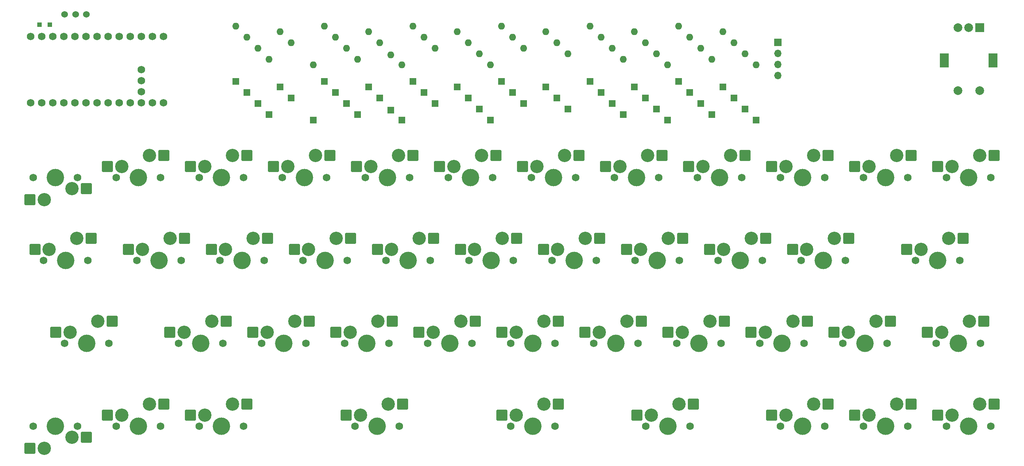
<source format=gbr>
%TF.GenerationSoftware,KiCad,Pcbnew,7.0.2*%
%TF.CreationDate,2023-10-29T18:34:14+01:00*%
%TF.ProjectId,0xcb-static-hs,30786362-2d73-4746-9174-69632d68732e,1.0*%
%TF.SameCoordinates,Original*%
%TF.FileFunction,Soldermask,Bot*%
%TF.FilePolarity,Negative*%
%FSLAX46Y46*%
G04 Gerber Fmt 4.6, Leading zero omitted, Abs format (unit mm)*
G04 Created by KiCad (PCBNEW 7.0.2) date 2023-10-29 18:34:14*
%MOMM*%
%LPD*%
G01*
G04 APERTURE LIST*
G04 Aperture macros list*
%AMRoundRect*
0 Rectangle with rounded corners*
0 $1 Rounding radius*
0 $2 $3 $4 $5 $6 $7 $8 $9 X,Y pos of 4 corners*
0 Add a 4 corners polygon primitive as box body*
4,1,4,$2,$3,$4,$5,$6,$7,$8,$9,$2,$3,0*
0 Add four circle primitives for the rounded corners*
1,1,$1+$1,$2,$3*
1,1,$1+$1,$4,$5*
1,1,$1+$1,$6,$7*
1,1,$1+$1,$8,$9*
0 Add four rect primitives between the rounded corners*
20,1,$1+$1,$2,$3,$4,$5,0*
20,1,$1+$1,$4,$5,$6,$7,0*
20,1,$1+$1,$6,$7,$8,$9,0*
20,1,$1+$1,$8,$9,$2,$3,0*%
G04 Aperture macros list end*
%ADD10R,1.600000X1.600000*%
%ADD11O,1.600000X1.600000*%
%ADD12C,1.750000*%
%ADD13C,3.050000*%
%ADD14C,4.000000*%
%ADD15RoundRect,0.250000X-1.025000X-1.000000X1.025000X-1.000000X1.025000X1.000000X-1.025000X1.000000X0*%
%ADD16C,1.752600*%
%ADD17R,1.700000X1.700000*%
%ADD18O,1.700000X1.700000*%
%ADD19C,1.524000*%
%ADD20RoundRect,0.250000X1.025000X1.000000X-1.025000X1.000000X-1.025000X-1.000000X1.025000X-1.000000X0*%
%ADD21R,1.000000X1.000000*%
%ADD22R,2.000000X2.000000*%
%ADD23C,2.000000*%
%ADD24R,2.000000X3.200000*%
G04 APERTURE END LIST*
D10*
%TO.C,D36*%
X205549500Y-64262000D03*
D11*
X205549500Y-51562000D03*
%TD*%
D12*
%TO.C,MX22*%
X218440000Y-99060000D03*
D13*
X219710000Y-96520000D03*
D14*
X223520000Y-99060000D03*
D13*
X226060000Y-93980000D03*
D12*
X228600000Y-99060000D03*
D15*
X216435000Y-96520000D03*
X229362000Y-93980000D03*
%TD*%
D10*
%TO.C,D47*%
X197929500Y-65532000D03*
D11*
X197929500Y-52832000D03*
%TD*%
D12*
%TO.C,MX27*%
X94615000Y-118110000D03*
D13*
X95885000Y-115570000D03*
D14*
X99695000Y-118110000D03*
D13*
X102235000Y-113030000D03*
D12*
X104775000Y-118110000D03*
D15*
X92610000Y-115570000D03*
X105537000Y-113030000D03*
%TD*%
D10*
%TO.C,D20*%
X162369500Y-61722000D03*
D11*
X162369500Y-49022000D03*
%TD*%
D16*
%TO.C,U1*%
X44126810Y-62825040D03*
X46666810Y-62825040D03*
X49206810Y-62825040D03*
X51746810Y-62825040D03*
X54286810Y-62825040D03*
X56826810Y-62825040D03*
X59366810Y-62825040D03*
X61906810Y-62825040D03*
X64446810Y-62825040D03*
X66986810Y-62825040D03*
X69526810Y-62825040D03*
X72066810Y-62825040D03*
X72066810Y-47585040D03*
X69526810Y-47585040D03*
X66986810Y-47585040D03*
X64446810Y-47585040D03*
X61906810Y-47585040D03*
X59366810Y-47585040D03*
X56826810Y-47585040D03*
X54286810Y-47585040D03*
X51746810Y-47585040D03*
X49206810Y-47585040D03*
X46666810Y-47585040D03*
X44126810Y-47585040D03*
X66986810Y-60285040D03*
X66986810Y-57745040D03*
X66986810Y-55205040D03*
X41586810Y-62825040D03*
X41586810Y-47585040D03*
%TD*%
D12*
%TO.C,MX25*%
X49371300Y-118110000D03*
D13*
X50641300Y-115570000D03*
D14*
X54451300Y-118110000D03*
D13*
X56991300Y-113030000D03*
D12*
X59531300Y-118110000D03*
D15*
X47366300Y-115570000D03*
X60293300Y-113030000D03*
%TD*%
D12*
%TO.C,MX41*%
X182730000Y-137160000D03*
D13*
X184000000Y-134620000D03*
D14*
X187810000Y-137160000D03*
D13*
X190350000Y-132080000D03*
D12*
X192890000Y-137160000D03*
D15*
X180725000Y-134620000D03*
X193652000Y-132080000D03*
%TD*%
D17*
%TO.C,OL1*%
X213110000Y-48980000D03*
D18*
X213110000Y-51520000D03*
X213110000Y-54060000D03*
X213110000Y-56600000D03*
%TD*%
D10*
%TO.C,D10*%
X180149500Y-59182000D03*
D11*
X180149500Y-46482000D03*
%TD*%
D12*
%TO.C,MX21*%
X199390000Y-99060000D03*
D13*
X200660000Y-96520000D03*
D14*
X204470000Y-99060000D03*
D13*
X207010000Y-93980000D03*
D12*
X209550000Y-99060000D03*
D15*
X197385000Y-96520000D03*
X210312000Y-93980000D03*
%TD*%
D19*
%TO.C,REF\u002A\u002A*%
X51938420Y-42480418D03*
X49438420Y-42480418D03*
X54438420Y-42480418D03*
%TD*%
D10*
%TO.C,D14*%
X101409500Y-61722000D03*
D11*
X101409500Y-49022000D03*
%TD*%
D12*
%TO.C,MX11*%
X232727500Y-80010000D03*
D13*
X233997500Y-77470000D03*
D14*
X237807500Y-80010000D03*
D13*
X240347500Y-74930000D03*
D12*
X242887500Y-80010000D03*
D15*
X230722500Y-77470000D03*
X243649500Y-74930000D03*
%TD*%
D12*
%TO.C,MX14*%
X66040000Y-99060000D03*
D13*
X67310000Y-96520000D03*
D14*
X71120000Y-99060000D03*
D13*
X73660000Y-93980000D03*
D12*
X76200000Y-99060000D03*
D15*
X64035000Y-96520000D03*
X76962000Y-93980000D03*
%TD*%
D12*
%TO.C,MX31*%
X170815000Y-118110000D03*
D13*
X172085000Y-115570000D03*
D14*
X175895000Y-118110000D03*
D13*
X178435000Y-113030000D03*
D12*
X180975000Y-118110000D03*
D15*
X168810000Y-115570000D03*
X181737000Y-113030000D03*
%TD*%
D12*
%TO.C,MX16*%
X104140000Y-99060000D03*
D13*
X105410000Y-96520000D03*
D14*
X109220000Y-99060000D03*
D13*
X111760000Y-93980000D03*
D12*
X114300000Y-99060000D03*
D15*
X102135000Y-96520000D03*
X115062000Y-93980000D03*
%TD*%
D10*
%TO.C,D27*%
X114109500Y-62992000D03*
D11*
X114109500Y-50292000D03*
%TD*%
D10*
%TO.C,D28*%
X124269500Y-64516000D03*
D11*
X124269500Y-51816000D03*
%TD*%
D12*
%TO.C,MX10*%
X213677500Y-80010000D03*
D13*
X214947500Y-77470000D03*
D14*
X218757500Y-80010000D03*
D13*
X221297500Y-74930000D03*
D12*
X223837500Y-80010000D03*
D15*
X211672500Y-77470000D03*
X224599500Y-74930000D03*
%TD*%
D12*
%TO.C,MX29*%
X132715000Y-118110000D03*
D13*
X133985000Y-115570000D03*
D14*
X137795000Y-118110000D03*
D13*
X140335000Y-113030000D03*
D12*
X142875000Y-118110000D03*
D15*
X130710000Y-115570000D03*
X143637000Y-113030000D03*
%TD*%
D12*
%TO.C,MX33*%
X208915000Y-118110000D03*
D13*
X210185000Y-115570000D03*
D14*
X213995000Y-118110000D03*
D13*
X216535000Y-113030000D03*
D12*
X219075000Y-118110000D03*
D15*
X206910000Y-115570000D03*
X219837000Y-113030000D03*
%TD*%
D10*
%TO.C,D17*%
X131889500Y-60452000D03*
D11*
X131889500Y-47752000D03*
%TD*%
D10*
%TO.C,D40*%
X126809500Y-66802000D03*
D11*
X126809500Y-54102000D03*
%TD*%
D10*
%TO.C,D32*%
X164909500Y-64262000D03*
D11*
X164909500Y-51562000D03*
%TD*%
D12*
%TO.C,MX39*%
X116046300Y-137160000D03*
D13*
X117316300Y-134620000D03*
D14*
X121126300Y-137160000D03*
D13*
X123666300Y-132080000D03*
D12*
X126206300Y-137160000D03*
D15*
X114041300Y-134620000D03*
X126968300Y-132080000D03*
%TD*%
D10*
%TO.C,D48*%
X208089500Y-66802000D03*
D11*
X208089500Y-54102000D03*
%TD*%
D12*
%TO.C,MX40_1*%
X151780000Y-137160000D03*
D13*
X153050000Y-134620000D03*
D14*
X156860000Y-137160000D03*
D13*
X159400000Y-132080000D03*
D12*
X161940000Y-137160000D03*
D15*
X149775000Y-134620000D03*
X162702000Y-132080000D03*
%TD*%
D10*
%TO.C,D19*%
X152209500Y-60452000D03*
D11*
X152209500Y-47752000D03*
%TD*%
D10*
%TO.C,D35*%
X195389500Y-62992000D03*
D11*
X195389500Y-50292000D03*
%TD*%
D10*
%TO.C,D45*%
X177609500Y-65532000D03*
D11*
X177609500Y-52832000D03*
%TD*%
D10*
%TO.C,D4*%
X119189500Y-59182000D03*
D11*
X119189500Y-46482000D03*
%TD*%
D10*
%TO.C,D22*%
X182689500Y-61722000D03*
D11*
X182689500Y-49022000D03*
%TD*%
D10*
%TO.C,D25*%
X93789500Y-62992000D03*
D11*
X93789500Y-50292000D03*
%TD*%
D12*
%TO.C,MX44*%
X251777500Y-137160000D03*
D13*
X253047500Y-134620000D03*
D14*
X256857500Y-137160000D03*
D13*
X259397500Y-132080000D03*
D12*
X261937500Y-137160000D03*
D15*
X249772500Y-134620000D03*
X262699500Y-132080000D03*
%TD*%
D12*
%TO.C,MX4*%
X99377500Y-80010000D03*
D13*
X100647500Y-77470000D03*
D14*
X104457500Y-80010000D03*
D13*
X106997500Y-74930000D03*
D12*
X109537500Y-80010000D03*
D15*
X97372500Y-77470000D03*
X110299500Y-74930000D03*
%TD*%
D10*
%TO.C,D24*%
X203009500Y-61722000D03*
D11*
X203009500Y-49022000D03*
%TD*%
D12*
%TO.C,MX24*%
X251777500Y-80010000D03*
D13*
X253047500Y-77470000D03*
D14*
X256857500Y-80010000D03*
D13*
X259397500Y-74930000D03*
D12*
X261937500Y-80010000D03*
D15*
X249772500Y-77470000D03*
X262699500Y-74930000D03*
%TD*%
D12*
%TO.C,MX37*%
X61277500Y-137160000D03*
D13*
X62547500Y-134620000D03*
D14*
X66357500Y-137160000D03*
D13*
X68897500Y-132080000D03*
D12*
X71437500Y-137160000D03*
D15*
X59272500Y-134620000D03*
X72199500Y-132080000D03*
%TD*%
D12*
%TO.C,MX20*%
X180340000Y-99060000D03*
D13*
X181610000Y-96520000D03*
D14*
X185420000Y-99060000D03*
D13*
X187960000Y-93980000D03*
D12*
X190500000Y-99060000D03*
D15*
X178335000Y-96520000D03*
X191262000Y-93980000D03*
%TD*%
D10*
%TO.C,D9*%
X169989500Y-57912000D03*
D11*
X169989500Y-45212000D03*
%TD*%
D12*
%TO.C,MX7*%
X156527500Y-80010000D03*
D13*
X157797500Y-77470000D03*
D14*
X161607500Y-80010000D03*
D13*
X164147500Y-74930000D03*
D12*
X166687500Y-80010000D03*
D15*
X154522500Y-77470000D03*
X167449500Y-74930000D03*
%TD*%
D12*
%TO.C,MX36*%
X52387500Y-137160000D03*
D13*
X51117500Y-139700000D03*
D14*
X47307500Y-137160000D03*
D13*
X44767500Y-142240000D03*
D12*
X42227500Y-137160000D03*
D20*
X54392500Y-139700000D03*
X41465500Y-142240000D03*
%TD*%
D10*
%TO.C,D39*%
X116649500Y-65532000D03*
D11*
X116649500Y-52832000D03*
%TD*%
D10*
%TO.C,D13*%
X91249500Y-60452000D03*
D11*
X91249500Y-47752000D03*
%TD*%
D12*
%TO.C,MX42*%
X213677500Y-137160000D03*
D13*
X214947500Y-134620000D03*
D14*
X218757500Y-137160000D03*
D13*
X221297500Y-132080000D03*
D12*
X223837500Y-137160000D03*
D15*
X211672500Y-134620000D03*
X224599500Y-132080000D03*
%TD*%
D10*
%TO.C,D12*%
X200469500Y-59182000D03*
D11*
X200469500Y-46482000D03*
%TD*%
D10*
%TO.C,D7*%
X149669500Y-57912000D03*
D11*
X149669500Y-45212000D03*
%TD*%
D12*
%TO.C,MX17*%
X123190000Y-99060000D03*
D13*
X124460000Y-96520000D03*
D14*
X128270000Y-99060000D03*
D13*
X130810000Y-93980000D03*
D12*
X133350000Y-99060000D03*
D15*
X121185000Y-96520000D03*
X134112000Y-93980000D03*
%TD*%
D12*
%TO.C,MX30*%
X151765000Y-118110000D03*
D13*
X153035000Y-115570000D03*
D14*
X156845000Y-118110000D03*
D13*
X159385000Y-113030000D03*
D12*
X161925000Y-118110000D03*
D15*
X149760000Y-115570000D03*
X162687000Y-113030000D03*
%TD*%
D10*
%TO.C,D3*%
X109029500Y-57912000D03*
D11*
X109029500Y-45212000D03*
%TD*%
D10*
%TO.C,D5*%
X129349500Y-57912000D03*
D11*
X129349500Y-45212000D03*
%TD*%
D12*
%TO.C,MX8*%
X175577500Y-80010000D03*
D13*
X176847500Y-77470000D03*
D14*
X180657500Y-80010000D03*
D13*
X183197500Y-74930000D03*
D12*
X185737500Y-80010000D03*
D15*
X173572500Y-77470000D03*
X186499500Y-74930000D03*
%TD*%
D12*
%TO.C,MX5*%
X118427500Y-80010000D03*
D13*
X119697500Y-77470000D03*
D14*
X123507500Y-80010000D03*
D13*
X126047500Y-74930000D03*
D12*
X128587500Y-80010000D03*
D15*
X116422500Y-77470000D03*
X129349500Y-74930000D03*
%TD*%
D12*
%TO.C,MX34*%
X227965000Y-118110000D03*
D13*
X229235000Y-115570000D03*
D14*
X233045000Y-118110000D03*
D13*
X235585000Y-113030000D03*
D12*
X238125000Y-118110000D03*
D15*
X225960000Y-115570000D03*
X238887000Y-113030000D03*
%TD*%
D21*
%TO.C,B+*%
X46060848Y-44862345D03*
%TD*%
D10*
%TO.C,D8*%
X159829500Y-59182000D03*
D11*
X159829500Y-46482000D03*
%TD*%
D12*
%TO.C,MX28*%
X113665000Y-118110000D03*
D13*
X114935000Y-115570000D03*
D14*
X118745000Y-118110000D03*
D13*
X121285000Y-113030000D03*
D12*
X123825000Y-118110000D03*
D15*
X111660000Y-115570000D03*
X124587000Y-113030000D03*
%TD*%
D12*
%TO.C,MX19*%
X161290000Y-99060000D03*
D13*
X162560000Y-96520000D03*
D14*
X166370000Y-99060000D03*
D13*
X168910000Y-93980000D03*
D12*
X171450000Y-99060000D03*
D15*
X159285000Y-96520000D03*
X172212000Y-93980000D03*
%TD*%
D10*
%TO.C,D16*%
X121729500Y-61722000D03*
D11*
X121729500Y-49022000D03*
%TD*%
D12*
%TO.C,MX15*%
X85090000Y-99060000D03*
D13*
X86360000Y-96520000D03*
D14*
X90170000Y-99060000D03*
D13*
X92710000Y-93980000D03*
D12*
X95250000Y-99060000D03*
D15*
X83085000Y-96520000D03*
X96012000Y-93980000D03*
%TD*%
D10*
%TO.C,D6*%
X139509500Y-59182000D03*
D11*
X139509500Y-46482000D03*
%TD*%
D10*
%TO.C,D15*%
X111569500Y-60452000D03*
D11*
X111569500Y-47752000D03*
%TD*%
D12*
%TO.C,MX43*%
X232727500Y-137160000D03*
D13*
X233997500Y-134620000D03*
D14*
X237807500Y-137160000D03*
D13*
X240347500Y-132080000D03*
D12*
X242887500Y-137160000D03*
D15*
X230722500Y-134620000D03*
X243649500Y-132080000D03*
%TD*%
D10*
%TO.C,D23*%
X192849500Y-60452000D03*
D11*
X192849500Y-47752000D03*
%TD*%
D12*
%TO.C,MX18*%
X142240000Y-99060000D03*
D13*
X143510000Y-96520000D03*
D14*
X147320000Y-99060000D03*
D13*
X149860000Y-93980000D03*
D12*
X152400000Y-99060000D03*
D15*
X140235000Y-96520000D03*
X153162000Y-93980000D03*
%TD*%
D10*
%TO.C,D31*%
X154749500Y-62992000D03*
D11*
X154749500Y-50292000D03*
%TD*%
D12*
%TO.C,MX23*%
X244633800Y-99060000D03*
D13*
X245903800Y-96520000D03*
D14*
X249713800Y-99060000D03*
D13*
X252253800Y-93980000D03*
D12*
X254793800Y-99060000D03*
D15*
X242628800Y-96520000D03*
X255555800Y-93980000D03*
%TD*%
D10*
%TO.C,D29*%
X134429500Y-62992000D03*
D11*
X134429500Y-50292000D03*
%TD*%
D10*
%TO.C,D1*%
X88709500Y-57912000D03*
D11*
X88709500Y-45212000D03*
%TD*%
D10*
%TO.C,D18*%
X142049500Y-61722000D03*
D11*
X142049500Y-49022000D03*
%TD*%
D10*
%TO.C,D46*%
X187769500Y-66802000D03*
D11*
X187769500Y-54102000D03*
%TD*%
D12*
%TO.C,MX35*%
X249396300Y-118110000D03*
D13*
X250666300Y-115570000D03*
D14*
X254476300Y-118110000D03*
D13*
X257016300Y-113030000D03*
D12*
X259556300Y-118110000D03*
D15*
X247391300Y-115570000D03*
X260318300Y-113030000D03*
%TD*%
D10*
%TO.C,D38*%
X106489500Y-66802000D03*
D11*
X106489500Y-54102000D03*
%TD*%
D12*
%TO.C,MX38*%
X80327500Y-137160000D03*
D13*
X81597500Y-134620000D03*
D14*
X85407500Y-137160000D03*
D13*
X87947500Y-132080000D03*
D12*
X90487500Y-137160000D03*
D15*
X78322500Y-134620000D03*
X91249500Y-132080000D03*
%TD*%
D12*
%TO.C,MX9*%
X194627500Y-80010000D03*
D13*
X195897500Y-77470000D03*
D14*
X199707500Y-80010000D03*
D13*
X202247500Y-74930000D03*
D12*
X204787500Y-80010000D03*
D15*
X192622500Y-77470000D03*
X205549500Y-74930000D03*
%TD*%
D12*
%TO.C,MX2*%
X61277500Y-80010000D03*
D13*
X62547500Y-77470000D03*
D14*
X66357500Y-80010000D03*
D13*
X68897500Y-74930000D03*
D12*
X71437500Y-80010000D03*
D15*
X59272500Y-77470000D03*
X72199500Y-74930000D03*
%TD*%
D12*
%TO.C,MX1*%
X52387500Y-80010000D03*
D13*
X51117500Y-82550000D03*
D14*
X47307500Y-80010000D03*
D13*
X44767500Y-85090000D03*
D12*
X42227500Y-80010000D03*
D20*
X54392500Y-82550000D03*
X41465500Y-85090000D03*
%TD*%
D10*
%TO.C,D30*%
X144589500Y-64262000D03*
D11*
X144589500Y-51562000D03*
%TD*%
D10*
%TO.C,D21*%
X172529500Y-60452000D03*
D11*
X172529500Y-47752000D03*
%TD*%
D10*
%TO.C,D2*%
X98869500Y-59182000D03*
D11*
X98869500Y-46482000D03*
%TD*%
D21*
%TO.C,B-*%
X43649267Y-44862345D03*
%TD*%
D10*
%TO.C,D34*%
X185229500Y-64262000D03*
D11*
X185229500Y-51562000D03*
%TD*%
D10*
%TO.C,D33*%
X175069500Y-62992000D03*
D11*
X175069500Y-50292000D03*
%TD*%
D12*
%TO.C,MX32*%
X189865000Y-118110000D03*
D13*
X191135000Y-115570000D03*
D14*
X194945000Y-118110000D03*
D13*
X197485000Y-113030000D03*
D12*
X200025000Y-118110000D03*
D15*
X187860000Y-115570000D03*
X200787000Y-113030000D03*
%TD*%
D12*
%TO.C,MX13*%
X44608800Y-99060000D03*
D13*
X45878800Y-96520000D03*
D14*
X49688800Y-99060000D03*
D13*
X52228800Y-93980000D03*
D12*
X54768800Y-99060000D03*
D15*
X42603800Y-96520000D03*
X55530800Y-93980000D03*
%TD*%
D22*
%TO.C,MX12*%
X259357500Y-45582000D03*
D23*
X254357500Y-45582000D03*
X256857500Y-45582000D03*
D24*
X262457500Y-53082000D03*
X251257500Y-53082000D03*
D23*
X254357500Y-60082000D03*
X259357500Y-60082000D03*
%TD*%
D10*
%TO.C,D42*%
X147129500Y-66802000D03*
D11*
X147129500Y-54102000D03*
%TD*%
D12*
%TO.C,MX3*%
X80327500Y-80010000D03*
D13*
X81597500Y-77470000D03*
D14*
X85407500Y-80010000D03*
D13*
X87947500Y-74930000D03*
D12*
X90487500Y-80010000D03*
D15*
X78322500Y-77470000D03*
X91249500Y-74930000D03*
%TD*%
D10*
%TO.C,D11*%
X190309500Y-57912000D03*
D11*
X190309500Y-45212000D03*
%TD*%
D10*
%TO.C,D37*%
X96329500Y-65532000D03*
D11*
X96329500Y-52832000D03*
%TD*%
D12*
%TO.C,MX26*%
X75565000Y-118110000D03*
D13*
X76835000Y-115570000D03*
D14*
X80645000Y-118110000D03*
D13*
X83185000Y-113030000D03*
D12*
X85725000Y-118110000D03*
D15*
X73560000Y-115570000D03*
X86487000Y-113030000D03*
%TD*%
D12*
%TO.C,MX6*%
X137477500Y-80010000D03*
D13*
X138747500Y-77470000D03*
D14*
X142557500Y-80010000D03*
D13*
X145097500Y-74930000D03*
D12*
X147637500Y-80010000D03*
D15*
X135472500Y-77470000D03*
X148399500Y-74930000D03*
%TD*%
M02*

</source>
